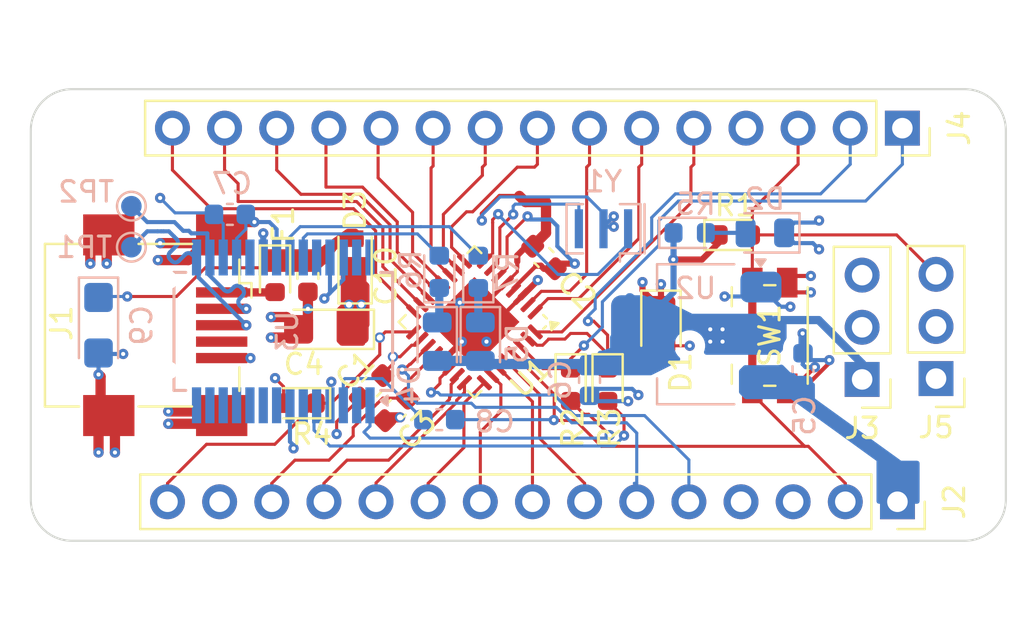
<source format=kicad_pcb>
(kicad_pcb (version 20241229) (generator "pcbnew") (generator_version "9.0")
  (layers (0 "F.Cu" signal) (4 "In1.Cu" signal) (6 "In2.Cu" signal) (2 "B.Cu" signal) (13 "F.Paste" user) (15 "B.Paste" user) (5 "F.SilkS" user "F.Silkscreen") (7 "B.SilkS" user "B.Silkscreen") (1 "F.Mask" user) (3 "B.Mask" user) (25 "Edge.Cuts" user))
  (net 0 "")
  (net 1 "+5V")
  (net 2 "GND")
  (net 3 "VCC")
  (net 4 "+3.3V")
  (net 5 "/RESET")
  (net 6 "Net-(U3-RTS)")
  (net 7 "VBUS")
  (net 8 "Net-(D1-A)")
  (net 9 "Net-(D2-A)")
  (net 10 "Net-(D4-K)")
  (net 11 "Net-(D5-K)")
  (net 12 "Net-(J1-VBUS)")
  (net 13 "/D_P")
  (net 14 "/D_N")
  (net 16 "/A7")
  (net 17 "/A3")
  (net 18 "/A5")
  (net 19 "/A6")
  (net 20 "/A1")
  (net 21 "/A0")
  (net 22 "/A4")
  (net 23 "/A2")
  (net 24 "/D13{slash}SCK")
  (net 25 "/AREF")
  (net 26 "/D11{slash}MOSI")
  (net 27 "/D8")
  (net 28 "/D4")
  (net 29 "/D3")
  (net 30 "/D10")
  (net 31 "/D0{slash}RX")
  (net 32 "/D5")
  (net 33 "/D7")
  (net 34 "/D1{slash}TX")
  (net 35 "/D2")
  (net 36 "/D9")
  (net 37 "/D12{slash}MISO")
  (net 38 "/D6")
  (net 39 "/RX")
  (net 40 "/TX")
  (net 41 "Net-(U3-CBUS0)")
  (net 42 "Net-(U3-CBUS1)")
  (net 43 "/XTAL2")
  (net 44 "/XTAL1")
  (footprint "Diode_SMD:D_0603_1608Metric" (layer "F.Cu") (at 214.4 91.9 -90)
    (property "Reference" "R2")
    (property "Value" "1k")
  )
  (footprint "Diode_SMD:D_MicroSMP_AK" (layer "F.Cu") (at 203.9 85.8 90)
    (property "Reference" "D3")
    (property "Value" "Diode" (hide yes))
  )
  (footprint "Connector_USB:USB_Mini-B_Wuerth_65100516121_Horizontal" (layer "F.Cu") (at 194.8 89 -90)
    (property "Reference" "J1")
    (property "Value" "USB_B_Mini")
  )
  (footprint "Capacitor_SMD:C_0603_1608Metric" (layer "F.Cu") (at 213.1 85.7 135)
    (property "Reference" "C2")
    (property "Value" "1u")
  )
  (footprint "Capacitor_Tantalum_SMD:CP_EIA-3216-10_Kemet-I" (layer "F.Cu") (at 202.5 89.2 180)
    (property "Reference" "C4")
    (property "Value" "4u7_16V" (hide yes))
  )
  (footprint "Diode_SMD:D_0603_1608Metric" (layer "F.Cu") (at 222.4 84.6)
    (property "Reference" "R1")
    (property "Value" "1k")
  )
  (footprint "Diode_SMD:D_0603_1608Metric" (layer "F.Cu") (at 216.2 91.9 -90)
    (property "Reference" "R3")
    (property "Value" "1k")
  )
  (footprint "LED_SMD:LED_0805_2012Metric" (layer "F.Cu") (at 218.8 89 -90)
    (property "Reference" "D1")
    (property "Value" "Yellow")
  )
  (footprint "Capacitor_SMD:C_0603_1608Metric" (layer "F.Cu") (at 205.9 93.1 -135)
    (property "Reference" "C3")
    (property "Value" "100n")
  )
  (footprint "Capacitor_SMD:C_0603_1608Metric" (layer "F.Cu") (at 201.6 86.6 -90)
    (property "Reference" "C10")
    (property "Value" "100n")
  )
  (footprint "Capacitor_SMD:C_0603_1608Metric" (layer "F.Cu") (at 204.7 92 -135)
    (property "Reference" "C1")
    (property "Value" "1u")
  )
  (footprint "Connector_PinSocket_2.54mm:PinSocket_1x15_P2.54mm_Vertical" (layer "F.Cu") (at 230.32 97.6 -90)
    (property "Reference" "J2")
    (property "Value" "Conn_01x15_Pin")
  )
  (footprint "Connector_PinSocket_2.54mm:PinSocket_1x15_P2.54mm_Vertical" (layer "F.Cu") (at 230.56 79.4 -90)
    (property "Reference" "J4")
    (property "Value" "Conn_01x15_Pin")
  )
  (footprint "Connector_PinHeader_2.54mm:PinHeader_1x03_P2.54mm_Vertical" (layer "F.Cu") (at 232.2 91.6 180)
    (property "Reference" "J5")
    (property "Value" "Conn_01x03_Pin" (hide yes))
  )
  (footprint "Diode_SMD:D_0603_1608Metric" (layer "F.Cu") (at 200 86.6 -90)
    (property "Reference" "F1")
    (property "Value" "0603")
  )
  (footprint "Button_Switch_SMD:Panasonic_EVQPUK_EVQPUB" (layer "F.Cu") (at 224.1 89.5 90)
    (property "Reference" "SW1")
    (property "Value" "SW_Push")
  )
  (footprint "Diode_SMD:D_0603_1608Metric" (layer "F.Cu") (at 201.2 92.8 180)
    (property "Reference" "R4")
    (property "Value" "1k")
  )
  (footprint "Connector_PinHeader_2.54mm:PinHeader_1x03_P2.54mm_Vertical" (layer "F.Cu") (at 228.6 91.64 180)
    (property "Reference" "J3")
    (property "Value" "ICSP")
  )
  (footprint "Package_DFN_QFN:QFN-32-1EP_5x5mm_P0.5mm_EP3.1x3.1mm" (layer "F.Cu") (at 209.713864 88.83899 -135)
    (property "Reference" "U1")
    (property "Value" "ATmega328-M" (hide yes))
  )
  (footprint "TestPoint:TestPoint_Pad_D1.0mm" (layer "B.Cu") (at 193 85.2 180)
    (property "Reference" "TP1")
    (property "Value" "TestPoint_Small" (hide yes))
  )
  (footprint "Capacitor_SMD:C_0603_1608Metric" (layer "B.Cu") (at 208 93.6 180)
    (property "Reference" "C8")
    (property "Value" "100n")
  )
  (footprint "Diode_SMD:D_0603_1608Metric" (layer "B.Cu") (at 220.2 84.5)
    (property "Reference" "R5")
    (property "Value" "1k" (hide yes))
  )
  (footprint "Package_TO_SOT_SMD:SOT-223-3_TabPin2" (layer "B.Cu") (at 220.52 89.44 180)
    (property "Reference" "U2")
    (property "Value" "LM1117MP-5.0" (hide yes))
  )
  (footprint "LED_SMD:LED_0805_2012Metric" (layer "B.Cu") (at 210 89.8 -90)
    (property "Reference" "D5")
    (property "Value" "Green")
  )
  (footprint "Package_SO:SSOP-28_5.3x10.2mm_P0.65mm" (layer "B.Cu") (at 200.4 89.3 90)
    (property "Reference" "U3")
    (property "Value" "FT232RL" (hide yes))
  )
  (footprint "Diode_SMD:D_0603_1608Metric" (layer "B.Cu") (at 209.9 86.4 90)
    (property "Reference" "R7")
    (property "Value" "1k")
  )
  (footprint "Capacitor_SMD:C_0603_1608Metric" (layer "B.Cu") (at 215.32 91.665 -90)
    (property "Reference" "C6")
    (property "Value" "1u")
  )
  (footprint "LED_SMD:LED_0805_2012Metric" (layer "B.Cu") (at 223.8625 84.5 180)
    (property "Reference" "D2")
    (property "Value" "Green")
  )
  (footprint "Capacitor_SMD:C_0603_1608Metric" (layer "B.Cu") (at 225.72 91.14 -90)
    (property "Reference" "C5")
    (property "Value" "1u")
  )
  (footprint "Capacitor_SMD:C_0603_1608Metric" (layer "B.Cu") (at 197.8 83.6)
    (property "Reference" "C7")
    (property "Value" "100n")
  )
  (footprint "Capacitor_Tantalum_SMD:CP_EIA-3216-10_Kemet-I" (layer "B.Cu") (at 191.4 89 -90)
    (property "Reference" "C9")
    (property "Value" "4u7_16V" (hide yes))
  )
  (footprint "TestPoint:TestPoint_Pad_D1.0mm" (layer "B.Cu") (at 193 83.2 180)
    (property "Reference" "TP2")
    (property "Value" "TestPoint_Small" (hide yes))
  )
  (footprint "Crystal:Resonator_SMD_Murata_CSTxExxV-3Pin_3.0x1.1mm" (layer "B.Cu") (at 216 84.3 180)
    (property "Reference" "Y1")
    (property "Value" "16MHz")
  )
  (footprint "Diode_SMD:D_0603_1608Metric" (layer "B.Cu") (at 208 86.4 90)
    (property "Reference" "R6")
    (property "Value" "1k")
  )
  (footprint "LED_SMD:LED_0805_2012Metric" (layer "B.Cu") (at 207.9 89.8 -90)
    (property "Reference" "D4")
    (property "Value" "Red")
  )
  (gr_poly (pts (arc (start 190.1 77.5) (mid 188.685786 78.085786) (end 188.1 79.5)) (arc (start 188.1 97.5) (mid 188.685786 98.914214) (end 190.1 99.5)) (arc (start 233.6 99.5) (mid 235.014214 98.914214) (end 235.6 97.5)) (arc (start 235.6 79.5) (mid 235.014214 78.085786) (end 233.6 77.5))) (stroke (width 0.1)) (fill no) (layer "Edge.Cuts"))
  (segment (start 210.907107 86.585087) (end 211.302 86.190194) (width 0.15) (layer "F.Cu") (net 1))
  (segment (start 214.6 86) (end 213.896016 86) (width 0.3) (layer "F.Cu") (net 1))
  (segment (start 205.248008 91.380054) (end 205.248008 91.451992) (width 0.15) (layer "F.Cu") (net 1))
  (segment (start 221.612499 84.987501) (end 220.8 85.8) (width 0.3) (layer "F.Cu") (net 1))
  (segment (start 212.949943 86.1) (end 213.097951 86.248008) (width 0.3) (layer "F.Cu") (net 1))
  (segment (start 220.8 85.8) (end 219.4 85.8) (width 0.3) (layer "F.Cu") (net 1))
  (segment (start 212.720768 86.1) (end 212.949943 86.1) (width 0.3) (layer "F.Cu") (net 1))
  (segment (start 213.097951 86.248008) (end 213.648008 86.248008) (width 0.3) (layer "F.Cu") (net 1))
  (segment (start 205.744033 90.536356) (end 206.091706 90.536356) (width 0.15) (layer "F.Cu") (net 1))
  (segment (start 205.744033 90.536356) (end 205.744033 90.884029) (width 0.15) (layer "F.Cu") (net 1))
  (segment (start 221.612499 84.6) (end 221.612499 84.987501) (width 0.3) (layer "F.Cu") (net 1))
  (segment (start 206.810877 89.97421) (end 207.106408 89.678679) (width 0.15) (layer "F.Cu") (net 1))
  (segment (start 211.302 84.698) (end 212.3 83.7) (width 0.15) (layer "F.Cu") (net 1))
  (segment (start 213.896016 86) (end 213.648008 86.248008) (width 0.3) (layer "F.Cu") (net 1))
  (segment (start 205.744033 90.884029) (end 205.248008 91.380054) (width 0.15) (layer "F.Cu") (net 1))
  (segment (start 206.091706 90.536356) (end 206.653852 89.97421) (width 0.15) (layer "F.Cu") (net 1))
  (segment (start 211.302 86.190194) (end 211.302 84.698) (width 0.15) (layer "F.Cu") (net 1))
  (segment (start 206.653852 89.97421) (end 206.810877 89.97421) (width 0.15) (layer "F.Cu") (net 1))
  (segment (start 212.720768 86.1) (end 211.614213 87.206555) (width 0.2) (layer "F.Cu") (net 1))
  (segment (start 211.614213 87.292194) (end 211.614213 87.285787) (width 0.15) (layer "F.Cu") (net 1))
  (segment (start 211.614213 87.206555) (end 211.614213 87.292194) (width 0.2) (layer "F.Cu") (net 1))
  (via (at 221.2 89.8) (size 0.5) (drill 0.2) (layers "F.Cu" "B.Cu") (net 1))
  (via (at 214.6 86) (size 0.5) (drill 0.2) (layers "F.Cu" "B.Cu") (net 1))
  (via (at 204.2 88) (size 0.5) (drill 0.3) (layers "F.Cu" "B.Cu") (net 1))
  (via (at 221.8 89.2) (size 0.5) (drill 0.2) (layers "F.Cu" "B.Cu") (net 1))
  (via (at 221.2 89.2) (size 0.5) (drill 0.2) (layers "F.Cu" "B.Cu") (net 1))
  (via (at 219.4 85.8) (size 0.5) (drill 0.2) (layers "F.Cu" "B.Cu") (net 1))
  (via (at 199.424999 84.525) (size 0.5) (drill 0.2) (layers "F.Cu" "B.Cu") (net 1))
  (via (at 203.6 88) (size 0.5) (drill 0.3) (layers "F.Cu" "B.Cu") (net 1))
  (via (at 212.3 83.7) (size 0.5) (drill 0.2) (layers "F.Cu" "B.Cu") (net 1))
  (via (at 205.744033 90.536356) (size 0.5) (drill 0.3) (layers "F.Cu" "B.Cu") (net 1))
  (via (at 202.739998 91.754999) (size 0.5) (drill 0.2) (layers "F.Cu" "B.Cu") (net 1))
  (via (at 221.8 89.8) (size 0.5) (drill 0.2) (layers "F.Cu" "B.Cu") (net 1))
  (segment (start 223.669999 89.44) (end 224.360999 88.749) (width 0.4) (layer "B.Cu") (net 1))
  (segment (start 207.960003 90.737501) (end 209.9 90.737501) (width 0.5) (layer "B.Cu") (net 1))
  (segment (start 219.412499 84.5) (end 219.412499 87.397502) (width 0.3) (layer "B.Cu") (net 1))
  (segment (start 213.428232 83.849) (end 212.449 83.849) (width 0.2) (layer "B.Cu") (net 1))
  (segment (start 210.052499 90.89) (end 209.9 90.737501) (width 0.5) (layer "B.Cu") (net 1))
  (segment (start 228.6 90.869182) (end 228.6 91.64) (width 0.4) (layer "B.Cu") (net 1))
  (segment (start 224.360999 88.749) (end 226.479818 88.749) (width 0.4) (layer "B.Cu") (net 1))
  (segment (start 213.751 84.171768) (end 213.428232 83.849) (width 0.2) (layer "B.Cu") (net 1))
  (segment (start 226.479818 88.749) (end 228.6 90.869182) (width 0.4) (layer "B.Cu") (net 1))
  (segment (start 213.751 85.151) (end 213.751 84.171768) (width 0.2) (layer "B.Cu") (net 1))
  (segment (start 199.424999 84.525) (end 199.424999 85.7) (width 0.3) (layer "B.Cu") (net 1))
  (segment (start 202.739998 91.754999) (end 202.675 91.819997) (width 0.15) (layer "B.Cu") (net 1))
  (segment (start 215.32 90.89) (end 210.052499 90.89) (width 0.5) (layer "B.Cu") (net 1))
  (segment (start 202.675 91.819997) (end 202.675 92.899999) (width 0.15) (layer "B.Cu") (net 1))
  (segment (start 214.6 86) (end 213.751 85.151) (width 0.2) (layer "B.Cu") (net 1))
  (segment (start 219.412499 87.397502) (end 217.370001 89.44) (width 0.3) (layer "B.Cu") (net 1))
  (segment (start 212.449 83.849) (end 212.3 83.7) (width 0.2) (layer "B.Cu") (net 1))
  (segment (start 218.8 87) (end 218.8 88.062499) (width 0.3) (layer "F.Cu") (net 2))
  (segment (start 213.2 84.503984) (end 212.551992 85.151992) (width 0.5) (layer "F.Cu") (net 2))
  (segment (start 192.2 95.2) (end 192.2 94.1) (width 0.5) (layer "F.Cu") (net 2))
  (segment (start 226.1 86.6) (end 225.275 86.6) (width 0.2) (layer "F.Cu") (net 2))
  (segment (start 211.967767 87.645747) (end 211.967767 87.632233) (width 0.3) (layer "F.Cu") (net 2))
  (segment (start 209.683511 89.8) (end 210.3 89.8) (width 0.2) (layer "F.Cu") (net 2))
  (segment (start 209.1 89.806407) (end 208.167068 90.739339) (width 0.3) (layer "F.Cu") (net 2))
  (segment (start 225.265 92.075) (end 224.95 92.075) (width 0.2) (layer "F.Cu") (net 2))
  (segment (start 225.425 87.4) (end 224.95 86.925) (width 0.2) (layer "F.Cu") (net 2))
  (segment (start 196.6 93.8) (end 194.8 93.8) (width 0.5) (layer "F.Cu") (net 2))
  (segment (start 211.967767 87.632233) (end 212.299 87.301) (width 0.3) (layer "F.Cu") (net 2))
  (segment (start 211.8 85.9) (end 211.8 85.6) (width 0.3) (layer "F.Cu") (net 2))
  (segment (start 211.967767 87.645747) (end 211.954253 87.645747) (width 0.2) (layer "F.Cu") (net 2))
  (segment (start 212.2 83) (end 213.2 83) (width 0.5) (layer "F.Cu") (net 2))
  (segment (start 209.1 89.8) (end 209.1 89.806407) (width 0.3) (layer "F.Cu") (net 2))
  (segment (start 218.662499 88.062499) (end 218.8 88.062499) (width 0.3) (layer "F.Cu") (net 2))
  (segment (start 198.994084 83.973352) (end 197.626648 83.973352) (width 0.5) (layer "F.Cu") (net 2))
  (segment (start 196.8 93.2) (end 197 93.4) (width 0.5) (layer "F.Cu") (net 2))
  (segment (start 209.527054 88.38799) (end 209.262864 88.65218) (width 0.2) (layer "F.Cu") (net 2))
  (segment (start 227 90.7) (end 227 90.84) (width 0.2) (layer "F.Cu") (net 2))
  (segment (start 206.089079 93.489079) (end 205.510921 93.489079) (width 0.5) (layer "F.Cu") (net 2))
  (segment (start 217.9 87.3) (end 218.662499 88.062499) (width 0.3) (layer "F.Cu") (net 2))
  (segment (start 201.6 88.2) (end 201.6 87.375) (width 0.5) (layer "F.Cu") (net 2))
  (segment (start 200.7475 89.6) (end 201.1475 89.2) (width 0.5) (layer "F.Cu") (net 2))
  (segment (start 226.1 87.4) (end 225.425 87.4) (width 0.2) (layer "F.Cu") (net 2))
  (segment (start 210.074 83.557744) (end 210.074 83.9) (width 0.2) (layer "F.Cu") (net 2))
  (segment (start 197 93.4) (end 196.6 93.8) (width 0.5) (layer "F.Cu") (net 2))
  (segment (start 225.765 92.075) (end 224.95 92.075) (width 0.2) (layer "F.Cu") (net 2))
  (segment (start 212.8 86.8) (end 212.8 86.813514) (width 0.3) (layer "F.Cu") (net 2))
  (segment (start 191 86) (end 191 85.1) (width 0.5) (layer "F.Cu") (net 2))
  (segment (start 194.4 85) (end 196.6 85) (width 0.5) (layer "F.Cu") (net 2))
  (segment (start 226.3 91.04) (end 225.265 92.075) (width 0.2) (layer "F.Cu") (net 2))
  (segment (start 191.4 95.2) (end 191.4 93.5) (width 0.5) (layer "F.Cu") (net 2))
  (segment (start 197.626648 83.973352) (end 197 84.6) (width 0.5) (layer "F.Cu") (net 2))
  (segment (start 194.8 93.2) (end 196.8 93.2) (width 0.5) (layer "F.Cu") (net 2))
  (segment (start 191.8 86) (end 191.8 84.9) (width 0.5) (layer "F.Cu") (net 2))
  (segment (start 217.9 86.9) (end 217.9 87.3) (width 0.3) (layer "F.Cu") (net 2))
  (segment (start 210.931744 82.7) (end 210.074 83.557744) (width 0.2) (layer "F.Cu") (net 2))
  (segment (start 211.225524 88.38799) (end 209.527054 88.38799) (width 0.2) (layer "F.Cu") (net 2))
  (segment (start 191 85.1) (end 191.5 84.6) (width 0.5) (layer "F.Cu") (net 2))
  (segment (start 195.773357 85.826643) (end 197 84.6) (width 0.5) (layer "F.Cu") (net 2))
  (segment (start 199.8 88.6) (end 200.5475 88.6) (width 0.5) (layer "F.Cu") (net 2))
  (segment (start 212.248008 85.151992) (end 212.551992 85.151992) (width 0.3) (layer "F.Cu") (net 2))
  (segment (start 205.510921 93.489079) (end 205.351992 93.648008) (width 0.5) (layer "F.Cu") (net 2))
  (segment (start 194.292619 85.826643) (end 195.773357 85.826643) (width 0.5) (layer "F.Cu") (net 2))
  (segment (start 211.26066 86.93934) (end 210.3 87.9) (width 0.2) (layer "F.Cu") (net 2))
  (segment (start 209.262864 88.65218) (end 209.262864 89.379353) (width 0.2) (layer "F.Cu") (net 2))
  (segment (start 198.8 90.6) (end 197 90.6) (width 0.15) (layer "F.Cu") (net 2))
  (segment (start 211.8 85.6) (end 212.248008 85.151992) (width 0.3) (layer "F.Cu") (net 2))
  (segment (start 213.2 83) (end 213.2 84.503984) (width 0.5) (layer "F.Cu") (net 2))
  (segment (start 203 94.3) (end 203 93.7) (width 0.15) (layer "F.Cu") (net 2))
  (segment (start 191.8 84.9) (end 191.5 84.6) (width 0.5) (layer "F.Cu") (net 2))
  (segment (start 199.8 89.6) (end 200.7475 89.6) (width 0.5) (layer "F.Cu") (net 2))
  (segment (start 201.6 88.2) (end 201.6 88.7475) (width 0.5) (layer "F.Cu") (net 2))
  (segment (start 209.262864 89.379353) (end 209.683511 89.8) (width 0.2) (layer "F.Cu") (net 2))
  (segment (start 191.5 93.4) (end 191.5 91.5) (width 0.5) (layer "F.Cu") (net 2))
  (segment (start 203 93.7) (end 204.151992 92.548008) (width 0.15) (layer "F.Cu") (net 2))
  (segment (start 191.5 91.5) (end 191.4 91.4) (width 0.5) (layer "F.Cu") (net 2))
  (segment (start 192.2 94.1) (end 191.5 93.4) (width 0.5) (layer "F.Cu") (net 2))
  (segment (start 211.26066 86.938641) (end 211.26066 86.93934) (width 0.2) (layer "F.Cu") (net 2))
  (segment (start 212.8 86.813514) (end 211.967767 87.645747) (width 0.3) (layer "F.Cu") (net 2))
  (segment (start 209.811311 88.38799) (end 209.713864 88.38799) (width 0.2) (layer "F.Cu") (net 2))
  (segment (start 191.4 93.5) (end 191.5 93.4) (width 0.5) (layer "F.Cu") (net 2))
  (segment (start 211.8 86.2) (end 211.8 85.9) (width 0.2) (layer "F.Cu") (net 2))
  (segment (start 211.9 82.7) (end 212.2 83) (width 0.5) (layer "F.Cu") (net 2))
  (segment (start 211.9 82.7) (end 210.931744 82.7) (width 0.2) (layer "F.Cu") (net 2))
  (segment (start 200.5475 88.6) (end 201.1475 89.2) (width 0.5) (layer "F.Cu") (net 2))
  (segment (start 211.26066 86.938641) (end 211.8 86.399301) (width 0.15) (layer "F.Cu") (net 2))
  (segment (start 227 90.84) (end 225.765 92.075) (width 0.2) (layer "F.Cu") (net 2))
  (segment (start 210.3 87.9) (end 209 87.9) (width 0.2) (layer "F.Cu") (net 2))
  (segment (start 201.6 88.7475) (end 201.1475 89.2) (width 0.5) (layer "F.Cu") (net 2))
  (segment (start 225.275 86.6) (end 224.95 86.925) (width 0.2) (layer "F.Cu") (net 2))
  (segment (start 211.967767 87.645747) (end 211.225524 88.38799) (width 0.2) (layer "F.Cu") (net 2))
  (segment (start 196.6 85) (end 197 84.6) (width 0.5) (layer "F.Cu") (net 2))
  (segment (start 211.8 86.399301) (end 211.8 86.2) (width 0.15) (layer "F.Cu") (net 2))
  (via (at 218.8 87) (size 0.5) (drill 0.2) (layers "F.Cu" "B.Cu") (net 2))
  (via (at 217.7 92.4) (size 0.5) (drill 0.2) (layers "F.Cu" "B.Cu") (net 2))
  (via (at 217.9 86.9) (size 0.5) (drill 0.2) (layers "F.Cu" "B.Cu") (net 2))
  (via (at 191 86) (size 0.5) (drill 0.2) (layers "F.Cu" "B.Cu") (net 2))
  (via (at 217.2 92.7) (size 0.5) (drill 0.2) (layers "F.Cu" "B.Cu") (net 2))
  (via (at 191.4 91.4) (size 0.5) (drill 0.2) (layers "F.Cu" "B.Cu") (net 2))
  (via (at 203 94.3) (size 0.5) (drill 0.2) (layers "F.Cu" "B.Cu") (net 2))
  (via (at 206.089079 93.489079) (size 0.5) (drill 0.3) (layers "F.Cu" "B.Cu") (net 2))
  (via (at 191.4 95.2) (size 0.5) (drill 0.2) (layers "F.Cu" "B.Cu") (net 2))
  (via (at 198.994084 83.973352) (size 0.5) (drill 0.2) (layers "F.Cu" "B.Cu") (net 2))
  (via (at 216.5 83.7) (size 0.5) (drill 0.2) (layers "F.Cu" "B.Cu") (net 2))
  (via (at 198.8 90.6) (size 0.5) (drill 0.2) (layers "F.Cu" "B.Cu") (net 2))
  (via (at 194.8 93.2) (size 0.5) (drill 0.2) (layers "F.Cu" "B.Cu") (net 2))
  (via (at 210.074 83.9) (size 0.5) (drill 0.2) (layers "F.Cu" "B.Cu") (net 2))
  (via (at 226.3 91.04) (size 0.5) (drill 0.2) (layers "F.Cu" "B.Cu") (net 2))
  (via (at 192.2 95.2) (size 0.5) (drill 0.2) (layers "F.Cu" "B.Cu") (net 2))
  (via (at 226.1 86.6) (size 0.5) (drill 0.2) (layers "F.Cu" "B.Cu") (net 2))
  (via (at 209 87.9) (size 0.5) (drill 0.2) (layers "F.Cu" "B.Cu") (net 2))
  (via (at 226.5 85.3) (size 0.5) (drill 0.2) (layers "F.Cu" "B.Cu") (net 2))
  (via (at 191.8 86) (size 0.5) (drill 0.2) (layers "F.Cu" "B.Cu") (net 2))
  (via (at 225.1 88.099) (size 0.5) (drill 0.2) (layers "F.Cu" "B.Cu") (net 2))
  (via (at 199.8 88.6) (size 0.5) (drill 0.2) (layers "F.Cu" "B.Cu") (net 2))
  (via (at 209.1 89.8) (size 0.5) (drill 0.2) (layers "F.Cu" "B.Cu") (net 2))
  (via (at 194.292619 85.826643) (size 0.5) (drill 0.2) (layers "F.Cu" "B.Cu") (net 2))
  (via (at 216.5 84.2) (size 0.5) (drill 0.2) (layers "F.Cu" "B.Cu") (net 2))
  (via (at 226.1 87.4) (size 0.5) (drill 0.2) (layers "F.Cu" "B.Cu") (net 2))
  (via (at 221.9 87.6) (size 0.5) (drill 0.2) (layers "F.Cu" "B.Cu") (net 2))
  (via (at 201.6 88.2) (size 0.5) (drill 0.2) (layers "F.Cu" "B.Cu") (net 2))
  (via (at 226.5 83.9) (size 0.5) (drill 0.2) (layers "F.Cu" "B.Cu") (net 2))
  (via (at 227 90.7) (size 0.5) (drill 0.2) (layers "F.Cu" "B.Cu") (net 2))
  (via (at 202.4 87.7) (size 0.5) (drill 0.2) (layers "F.Cu" "B.Cu") (net 2))
  (via (at 210.3 89.8) (size 0.5) (drill 0.2) (layers "F.Cu" "B.Cu") (net 2))
  (via (at 192.6 90.4) (size 0.5) (drill 0.2) (layers "F.Cu" "B.Cu") (net 2))
  (via (at 212.8 86.8) (size 0.5) (drill 0.2) (layers "F.Cu" "B.Cu") (net 2))
  (via (at 199.8 89.6) (size 0.5) (drill 0.2) (layers "F.Cu" "B.Cu") (net 2))
  (via (at 225.7 89.4) (size 0.5) (drill 0.2) (layers "F.Cu" "B.Cu") (net 2))
  (via (at 194.8 93.8) (size 0.5) (drill 0.2) (layers "F.Cu" "B.Cu") (net 2))
  (via (at 200.9 95) (size 0.5) (drill 0.2) (layers "F.Cu" "B.Cu") (net 2))
  (via (at 194.4 85) (size 0.5) (drill 0.2) (layers "F.Cu" "B.Cu") (net 2))
  (segment (start 191.4 91.4) (end 191.4 90.3525) (width 0.2) (layer "B.Cu") (net 2))
  (segment (start 202.4 87.7) (end 202.675 87.425) (width 0.2) (layer "B.Cu") (net 2))
  (segment (start 225.72 90.88) (end 225.72 90.365) (width 0.2) (layer "B.Cu") (net 2))
  (segment (start 202.675 87.425) (end 202.675 85.700001) (width 0.2) (layer "B.Cu") (net 2))
  (segment (start 200.9 95) (end 200.9 94.85) (width 0.2) (layer "B.Cu") (net 2))
  (segment (start 217.7 92.4) (end 217.4 92.1) (width 0.2) (layer "B.Cu") (net 2))
  (segment (start 216 84.3) (end 216 83.55) (width 0.15) (layer "B.Cu") (net 2))
  (segment (start 225.3 84) (end 224.8 84.5) (width 0.2) (layer "B.Cu") (net 2))
  (segment (start 216 83.55) (end 215.199 82.749) (width 0.15) (layer "B.Cu") (net 2))
  (segment (start 216.5 83.7) (end 216 84.2) (width 0.2) (layer "B.Cu") (net 2))
  (segment (start 192.6 90.4) (end 191.4475 90.4) (width 0.2) (layer "B.Cu") (net 2))
  (segment (start 202.4 87.7) (end 203.325 86.775) (width 0.2) (layer "B.Cu") (net 2))
  (segment (start 226.2 85) (end 225.3 85) (width 0.2) (layer "B.Cu") (net 2))
  (segment (start 224.629 88.099) (end 223.67 87.14) (width 0.2) (layer "B.Cu") (net 2))
  (segment (start 226.3 91.04) (end 225.84 91.04) (width 0.2) (layer "B.Cu") (net 2))
  (segment (start 215.199 82.749) (end 210.964659 82.749) (width 0.15) (layer "B.Cu") (net 2))
  (segment (start 225.485 90.6) (end 225.72 90.365) (width 0.2) (layer "B.Cu") (net 2))
  (segment (start 200.725 94.675) (end 200.725 92.9) (width 0.2) (layer "B.Cu") (net 2))
  (segment (start 223.21 87.6) (end 223.67 87.14) (width 0.2) (layer "B.Cu") (net 2))
  (segment (start 225.3 85) (end 224.8 84.5) (width 0.2) (layer "B.Cu") (net 2))
  (segment (start 210.964659 82.749) (end 210.074 83.639659) (width 0.15) (layer "B.Cu") (net 2))
  (segment (start 225.1 88.099) (end 224.629 88.099) (width 0.2) (layer "B.Cu") (net 2))
  (segment (start 215.58 92.7) (end 215.32 92.44) (width 0.2) (layer "B.Cu") (net 2))
  (segment (start 200.075 84.325) (end 200.075 85.7) (width 0.2) (layer "B.Cu") (net 2))
  (segment (start 226.055 90.7) (end 225.72 90.365) (width 0.2) (layer "B.Cu") (net 2))
  (segment (start 217.2 92.7) (end 215.58 92.7) (width 0.2) (layer "B.Cu") (net 2))
  (segment (start 225.7 90.345) (end 225.72 90.365) (width 0.4) (layer "B.Cu") (net 2))
  (segment (start 200.9 94.85) (end 200.725 94.675) (width 0.2) (layer "B.Cu") (net 2))
  (segment (start 210.074 83.639659) (end 210.074 83.9) (width 0.15) (layer "B.Cu") (net 2))
  (segment (start 198.125 84.775) (end 198.575 84.325) (width 0.15) (layer "B.Cu") (net 2))
  (segment (start 198.575 84.325) (end 198.575 83.6) (width 0.15) (layer "B.Cu") (net 2))
  (segment (start 216.1 84.2) (end 216 84.3) (width 0.2) (layer "B.Cu") (net 2))
  (segment (start 203.325 86.775) (end 203.325 85.7) (width 0.2) (layer "B.Cu") (net 2))
  (segment (start 198.994084 83.973352) (end 199.723352 83.973352) (width 0.2) (layer "B.Cu") (net 2))
  (segment (start 216 84.2) (end 216 84.3) (width 0.2) (layer "B.Cu") (net 2))
  (segment (start 198.125 85.700001) (end 198.125 84.775) (width 0.15) (layer "B.Cu") (net 2))
  (segment (start 225.84 91.04) (end 225.7 90.9) (width 0.2) (layer "B.Cu") (net 2))
  (segment (start 217.4 92.1) (end 215.66 92.1) (width 0.2) (layer "B.Cu") (net 2))
  (segment (start 199.723352 83.973352) (end 200.075 84.325) (width 0.2) (layer "B.Cu") (net 2))
  (segment (start 216.5 84.2) (end 216.1 84.2) (width 0.2) (layer "B.Cu") (net 2))
  (segment (start 226.5 85.3) (end 226.2 85) (width 0.2) (layer "B.Cu") (net 2))
  (segment (start 226.4 84) (end 225.3 84) (width 0.2) (layer "B.Cu") (net 2))
  (segment (start 225.7 89.4) (end 225.7 90.345) (width 0.4) (layer "B.Cu") (net 2))
  (segment (start 225.7 90.9) (end 225.72 90.88) (width 0.2) (layer "B.Cu") (net 2))
  (segment (start 191.4475 90.4) (end 191.4 90.3525) (width 0.2) (layer "B.Cu") (net 2))
  (segment (start 226.5 83.9) (end 226.4 84) (width 0.2) (layer "B.Cu") (net 2))
  (segment (start 215.66 92.1) (end 215.32 92.44) (width 0.2) (layer "B.Cu") (net 2))
  (segment (start 227 90.7) (end 226.055 90.7) (width 0.2) (layer "B.Cu") (net 2))
  (segment (start 221.9 87.6) (end 223.21 87.6) (width 0.2) (layer "B.Cu") (net 2))
  (segment (start 225.1 88.099) (end 224.999 88.2) (width 0.2) (layer "B.Cu") (net 2))
  (via (at 194.4 82.8) (size 0.5) (drill 0.2) (layers "F.Cu" "B.Cu") (net 4))
  (segment (start 194.4 82.8) (end 195.126232 83.526232) (width 0.15) (layer "B.Cu") (net 4))
  (segment (start 196.951232 83.526232) (end 197.025 83.6) (width 0.15) (layer "B.Cu") (net 4))
  (segment (start 195.126232 83.526232) (end 196.951232 83.526232) (width 0.15) (layer "B.Cu") (net 4))
  (segment (start 197.475 84.05) (end 197.025 83.6) (width 0.15) (layer "B.Cu") (net 4))
  (segment (start 197.475 85.7) (end 197.475 84.05) (width 0.15) (layer "B.Cu") (net 4))
  (segment (start 225.480001 81.16) (end 225.480001 79.4) (width 0.15) (layer "F.Cu") (net 5))
  (segment (start 223.25 92.075) (end 223.25 86.925) (width 0.4) (layer "F.Cu") (net 5))
  (segment (start 225.8 94.9) (end 225.98 94.9) (width 0.15) (layer "F.Cu") (net 5))
  (segment (start 223.25 91.775) (end 223.3 91.725) (width 0.4) (layer "F.Cu") (net 5))
  (segment (start 223.25 92.075) (end 223.25 92.35) (width 0.15) (layer "F.Cu") (net 5))
  (segment (start 213.6 93.600844) (end 213.6 92.371573) (width 0.15) (layer "F.Cu") (net 5))
  (segment (start 223.25 92.35) (end 225.8 94.9) (width 0.15) (layer "F.Cu") (net 5))
  (segment (start 213.602338 93.64119) (end 214.64119 93.64119) (width 0.15) (layer "F.Cu") (net 5))
  (segment (start 213.6 92.371573) (end 211.614213 90.385786) (width 0.15) (layer "F.Cu") (net 5))
  (segment (start 215.9 94.9) (end 225.8 94.9) (width 0.15) (layer "F.Cu") (net 5))
  (segment (start 225.98 94.9) (end 227.78 96.7) (width 0.15) (layer "F.Cu") (net 5))
  (segment (start 213.580996 93.619848) (end 213.602338 93.64119) (width 0.15) (layer "F.Cu") (net 5))
  (segment (start 230.279999 84.6) (end 232.2 86.520001) (width 0.15) (layer "F.Cu") (net 5))
  (segment (start 213.580996 93.619848) (end 213.6 93.600844) (width 0.15) (layer "F.Cu") (net 5))
  (segment (start 223.187501 84.6) (end 230.279999 84.6) (width 0.15) (layer "F.Cu") (net 5))
  (segment (start 227.78 97.6) (end 227.78 96.7) (width 0.15) (layer "F.Cu") (net 5))
  (segment (start 223.25 83.390001) (end 225.480001 81.16) (width 0.15) (layer "F.Cu") (net 5))
  (segment (start 214.64119 93.64119) (end 215.9 94.9) (width 0.15) (layer "F.Cu") (net 5))
  (segment (start 223.25 86.925) (end 223.25 83.390001) (width 0.15) (layer "F.Cu") (net 5))
  (via (at 213.580996 93.619848) (size 0.5) (drill 0.2) (layers "F.Cu" "B.Cu") (net 5))
  (segment (start 213.580996 93.619848) (end 213.561148 93.6) (width 0.15) (layer "B.Cu") (net 5))
  (segment (start 213.561148 93.6) (end 208.775 93.6) (width 0.15) (layer "B.Cu") (net 5))
  (segment (start 203.325 91.675) (end 203.325 92.9) (width 0.15) (layer "B.Cu") (net 6))
  (segment (start 207.225 93.6) (end 205.225 91.6) (width 0.15) (layer "B.Cu") (net 6))
  (segment (start 203.4 91.6) (end 203.325 91.675) (width 0.15) (layer "B.Cu") (net 6))
  (segment (start 205.225 91.6) (end 203.4 91.6) (width 0.15) (layer "B.Cu") (net 6))
  (segment (start 199.412499 86.2) (end 199.8 85.812499) (width 0.15) (layer "F.Cu") (net 7))
  (segment (start 196.6 86.2) (end 199.412499 86.2) (width 0.15) (layer "F.Cu") (net 7))
  (segment (start 192.8 87.6) (end 195.2 87.6) (width 0.15) (layer "F.Cu") (net 7))
  (segment (start 195.2 87.6) (end 196.6 86.2) (width 0.15) (layer "F.Cu") (net 7))
  (via (at 192.8 87.6) (size 0.5) (drill 0.2) (layers "F.Cu" "B.Cu") (net 7))
  (segment (start 192.8 87.6) (end 191.4475 87.6) (width 0.15) (layer "B.Cu") (net 7))
  (segment (start 191.4475 87.6) (end 191.4 87.6475) (width 0.15) (layer "B.Cu") (net 7))
  (segment (start 220.2 90) (end 218.862499 90) (width 0.15) (layer "F.Cu") (net 8))
  (segment (start 218.862499 90) (end 218.8 89.937501) (width 0.15) (layer "F.Cu") (net 8))
  (segment (start 200.412499 92.8) (end 200.412499 91.987497) (width 0.15) (layer "F.Cu") (net 8))
  (segment (start 200.412499 91.987497) (end 200 91.574998) (width 0.15) (layer "F.Cu") (net 8))
  (via (at 200 91.574998) (size 0.5) (drill 0.2) (layers "F.Cu" "B.Cu") (net 8))
  (via (at 220.2 90) (size 0.5) (drill 0.2) (layers "F.Cu" "B.Cu") (net 8))
  (segment (start 220.987501 84.5) (end 222.925 84.5) (width 0.2) (layer "B.Cu") (net 9))
  (segment (start 207.960003 87.227498) (end 208 87.187501) (width 0.4) (layer "B.Cu") (net 10))
  (segment (start 208 87.187501) (end 208 88.822502) (width 0.4) (layer "B.Cu") (net 10))
  (segment (start 208 88.822502) (end 207.960003 88.862499) (width 0.4) (layer "B.Cu") (net 10))
  (segment (start 209.9 87.187501) (end 209.9 88.862499) (width 0.4) (layer "B.Cu") (net 11))
  (segment (start 197 87.4) (end 199.787501 87.4) (width 0.4) (layer "F.Cu") (net 12))
  (segment (start 199.787501 87.4) (end 199.8 87.387501) (width 0.4) (layer "F.Cu") (net 12))
  (segment (start 198.6 89) (end 197 89) (width 0.15) (layer "F.Cu") (net 13))
  (via (at 198.6 89) (size 0.5) (drill 0.2) (layers "F.Cu" "B.Cu") (net 13))
  (segment (start 195.958197 85.558196) (end 196.043051 85.643051) (width 0.2) (layer "B.Cu") (net 13))
  (segment (start 196.043051 85.643051) (end 196.1 85.7) (width 0.2) (layer "B.Cu") (net 13))
  (segment (start 193.774999 84.425001) (end 194.273041 84.425001) (width 0.2) (layer "B.Cu") (net 13))
  (segment (start 194.273041 84.425001) (end 194.456899 84.425001) (width 0.2) (layer "B.Cu") (net 13))
  (segment (start 194.883812 85.784055) (end 194.968664 85.868907) (width 0.2) (layer "B.Cu") (net 13))
  (segment (start 196.275 86.675) (end 196.275 86.45) (width 0.2) (layer "B.Cu") (net 13))
  (segment (start 195.194523 85.133934) (end 194.883812 85.444644) (width 0.2) (layer "B.Cu") (net 13))
  (segment (start 198.6 89) (end 196.275 86.675) (width 0.2) (layer "B.Cu") (net 13))
  (segment (start 196.1 85.7) (end 196.175 85.7) (width 0.2) (layer "B.Cu") (net 13))
  (segment (start 195.079612 84.679612) (end 194.825001 84.425001) (width 0.2) (layer "B.Cu") (net 13))
  (segment (start 193 85.2) (end 193.774999 84.425001) (width 0.2) (layer "B.Cu") (net 13))
  (segment (start 194.825001 84.425001) (end 194.566065 84.425001) (width 0.2) (layer "B.Cu") (net 13))
  (segment (start 195.308076 85.868907) (end 195.618786 85.558196) (width 0.2) (layer "B.Cu") (net 13))
  (segment (start 196.175 86.35) (end 196.175 85.7) (width 0.2) (layer "B.Cu") (net 13))
  (segment (start 195.079612 84.679612) (end 195.194523 84.794523) (width 0.2) (layer "B.Cu") (net 13))
  (segment (start 196.275 86.45) (end 196.175 86.35) (width 0.2) (layer "B.Cu") (net 13))
  (segment (start 194.456899 84.425001) (end 194.566065 84.425001) (width 0.2) (layer "B.Cu") (net 13))
  (arc (start 194.968664 85.868907) (mid 195.13837 85.939202) (end 195.308076 85.868907) (width 0.2) (layer "B.Cu") (net 13))
  (arc (start 195.618786 85.558196) (mid 195.788491 85.487902) (end 195.958197 85.558196) (width 0.2) (layer "B.Cu") (net 13))
  (arc (start 194.883812 85.444644) (mid 194.813518 85.614349) (end 194.883812 85.784055) (width 0.2) (layer "B.Cu") (net 13))
  (arc (start 195.194523 84.794523) (mid 195.264817 84.964229) (end 195.194523 85.133934) (width 0.2) (layer "B.Cu") (net 13))
  (segment (start 198.6 88.2) (end 197 88.2) (width 0.15) (layer "F.Cu") (net 14))
  (via (at 198.6 88.2) (size 0.5) (drill 0.2) (layers "F.Cu" "B.Cu") (net 14))
  (segment (start 193.774999 83.974999) (end 193 83.2) (width 0.2) (layer "B.Cu") (net 14))
  (segment (start 196.825 85.7) (end 196.701 85.576) (width 0.2) (layer "B.Cu") (net 14))
  (segment (start 196.825 86.35) (end 196.725 86.45) (width 0.2) (layer "B.Cu") (net 14))
  (segment (start 195.924 84.524) (end 195.8 84.4) (width 0.2) (layer "B.Cu") (net 14))
  (segment (start 198.416084 87.568782) (end 198.280335 87.704528) (width 0.2) (layer "B.Cu") (net 14))
  (segment (start 197.856074 87.280266) (end 197.99182 87.144517) (width 0.2) (layer "B.Cu") (net 14))
  (segment (start 198.331232 87.144518) (end 198.416084 87.22937) (width 0.2) (layer "B.Cu") (net 14))
  (segment (start 198.36519 88.128793) (end 198.436397 88.2) (width 0.2) (layer "B.Cu") (net 14))
  (segment (start 195.525 84.4) (end 195.099999 83.974999) (width 0.2) (layer "B.Cu") (net 14))
  (segment (start 195.8 84.4) (end 195.525 84.4) (width 0.2) (layer "B.Cu") (net 14))
  (segment (start 198.280336 88.04394) (end 198.36519 88.128793) (width 0.2) (layer "B.Cu") (net 14))
  (segment (start 196.701 85.576) (end 196.701 84.524) (width 0.2) (layer "B.Cu") (net 14))
  (segment (start 196.825 85.7) (end 196.825 86.35) (width 0.2) (layer "B.Cu") (net 14))
  (segment (start 196.725 86.45) (end 196.725 86.488603) (width 0.2) (layer "B.Cu") (net 14))
  (segment (start 198.436397 88.2) (end 198.6 88.2) (width 0.2) (layer "B.Cu") (net 14))
  (segment (start 195.099999 83.974999) (end 193.774999 83.974999) (width 0.2) (layer "B.Cu") (net 14))
  (segment (start 196.725 86.488603) (end 197.516662 87.280265) (width 0.2) (layer "B.Cu") (net 14))
  (segment (start 196.701 84.524) (end 195.924 84.524) (width 0.2) (layer "B.Cu") (net 14))
  (arc (start 198.280335 87.704528) (mid 198.210042 87.874234) (end 198.280336 88.04394) (width 0.2) (layer "B.Cu") (net 14))
  (arc (start 197.516662 87.280265) (mid 197.686368 87.350559) (end 197.856074 87.280266) (width 0.2) (layer "B.Cu") (net 14))
  (arc (start 197.99182 87.144517) (mid 198.161526 87.074224) (end 198.331232 87.144518) (width 0.2) (layer "B.Cu") (net 14))
  (arc (start 198.416084 87.22937) (mid 198.486378 87.399075) (end 198.416084 87.568782) (width 0.2) (layer "B.Cu") (net 14))
  (segment (start 208.033577 91.841423) (end 208.033577 91.579937) (width 0.15) (layer "F.Cu") (net 16))
  (segment (start 207.6 92.275) (end 208.033577 91.841423) (width 0.15) (layer "F.Cu") (net 16))
  (segment (start 208.507107 91.092893) (end 208.520621 91.092893) (width 0.15) (layer "F.Cu") (net 16))
  (segment (start 208.033577 91.579937) (end 208.520621 91.092893) (width 0.15) (layer "F.Cu") (net 16))
  (via (at 207.6 92.275) (size 0.5) (drill 0.2) (layers "F.Cu" "B.Cu") (net 16))
  (segment (start 208.05955 92.4) (end 213.6 92.4) (width 0.15) (layer "B.Cu") (net 16))
  (segment (start 218 93.4) (end 220.16 95.56) (width 0.15) (layer "B.Cu") (net 16))
  (segment (start 214.6 93.4) (end 218 93.4) (width 0.15) (layer "B.Cu") (net 16))
  (segment (start 220.16 95.56) (end 220.16 96.7) (width 0.15) (layer "B.Cu") (net 16))
  (segment (start 207.6 92.275) (end 207.93455 92.275) (width 0.15) (layer "B.Cu") (net 16))
  (segment (start 207.93455 92.275) (end 208.05955 92.4) (width 0.15) (layer "B.Cu") (net 16))
  (segment (start 213.6 92.4) (end 214.6 93.4) (width 0.15) (layer "B.Cu") (net 16))
  (segment (start 211 93.2) (end 211 91.892893) (width 0.15) (layer "F.Cu") (net 17))
  (segment (start 211 91.892893) (end 210.553553 91.446446) (width 0.15) (layer "F.Cu") (net 17))
  (segment (start 210 94.2) (end 211 93.2) (width 0.15) (layer "F.Cu") (net 17))
  (segment (start 210 97.6) (end 210 94.2) (width 0.15) (layer "F.Cu") (net 17))
  (segment (start 215.08 97.6) (end 215.08 96.7) (width 0.15) (layer "F.Cu") (net 18))
  (segment (start 212.890999 92.369678) (end 211.26066 90.739339) (width 0.15) (layer "F.Cu") (net 18))
  (segment (start 212.890999 94.510999) (end 212.890999 92.369678) (width 0.15) (layer "F.Cu") (net 18))
  (segment (start 215.08 96.7) (end 212.890999 94.510999) (width 0.15) (layer "F.Cu") (net 18))
  (segment (start 207.459961 90.032233) (end 207.459961 90.040039) (width 0.15) (layer "F.Cu") (net 19))
  (segment (start 206.191744 91.158219) (end 206.298619 91.158219) (width 0.15) (layer "F.Cu") (net 19))
  (segment (start 206.592194 90.9) (end 207.459961 90.032233) (width 0.15) (layer "F.Cu") (net 19))
  (segment (start 206.298619 91.158219) (end 206.556838 90.9) (width 0.15) (layer "F.Cu") (net 19))
  (segment (start 206.556838 90.9) (end 206.592194 90.9) (width 0.15) (layer "F.Cu") (net 19))
  (via (at 206.191744 91.158219) (size 0.5) (drill 0.2) (layers "F.Cu" "B.Cu") (net 19))
  (segment (start 213.797459 93.093848) (end 213.798873 93.093848) (width 0.15) (layer "B.Cu") (net 19))
  (segment (start 209.564756 92.8) (end 209.764756 93) (width 0.15) (layer "B.Cu") (net 19))
  (segment (start 214.106996 93.401971) (end 214.106996 93.403385) (width 0.15) (layer "B.Cu") (net 19))
  (segment (start 206.5 91.466475) (end 206.5 92.378612) (width 0.15) (layer "B.Cu") (net 19))
  (segment (start 217.5 96.7) (end 217.62 96.7) (width 0.15) (layer "B.Cu") (net 19))
  (segment (start 209.764756 93) (end 213.703611 93) (width 0.15) (layer "B.Cu") (net 19))
  (segment (start 213.703611 93) (end 213.797459 93.093848) (width 0.15) (layer "B.Cu") (net 19))
  (segment (start 217.119877 93.751) (end 217.62 94.251123) (width 0.15) (layer "B.Cu") (net 19))
  (segment (start 206.921388 92.8) (end 209.564756 92.8) (width 0.15) (layer "B.Cu") (net 19))
  (segment (start 206.191744 91.158219) (end 206.5 91.466475) (width 0.15) (layer "B.Cu") (net 19))
  (segment (start 206.5 92.378612) (end 206.921388 92.8) (width 0.15) (layer "B.Cu") (net 19))
  (segment (start 214.454611 93.751) (end 217.119877 93.751) (width 0.15) (layer "B.Cu") (net 19))
  (segment (start 213.798873 93.093848) (end 214.106996 93.401971) (width 0.15) (layer "B.Cu") (net 19))
  (segment (start 214.106996 93.403385) (end 214.454611 93.751) (width 0.15) (layer "B.Cu") (net 19))
  (segment (start 217.62 94.251123) (end 217.62 96.7) (width 0.15) (layer "B.Cu") (net 19))
  (segment (start 209.227728 92.275884) (end 209.227728 91.8) (width 0.15) (layer "F.Cu") (net 20))
  (segment (start 204.92 96.68) (end 204.92 97.6) (width 0.15) (layer "F.Cu") (net 20))
  (segment (start 208.849 92.654612) (end 209.227728 92.275884) (width 0.15) (layer "F.Cu") (net 20))
  (segment (start 208.849 92.751) (end 208.849 92.654612) (width 0.15) (layer "F.Cu") (net 20))
  (segment (start 204.92 96.68) (end 208.849 92.751) (width 0.15) (layer "F.Cu") (net 20))
  (segment (start 208.578644 92.42858) (end 208.578644 91.881984) (width 0.15) (layer "F.Cu") (net 21))
  (segment (start 208.874175 91.586453) (end 208.874175 91.446446) (width 0.15) (layer "F.Cu") (net 21))
  (segment (start 202.380001 96.7) (end 202.380001 97.6) (width 0.15) (layer "F.Cu") (net 21))
  (segment (start 203.506001 95.574) (end 205.529612 95.574) (width 0.15) (layer "F.Cu") (net 21))
  (segment (start 208.498 92.605612) (end 208.498 92.509223) (width 0.15) (layer "F.Cu") (net 21))
  (segment (start 208.578644 91.881984) (end 208.874175 91.586453) (width 0.15) (layer "F.Cu") (net 21))
  (segment (start 208.498 92.509223) (end 208.578644 92.42858) (width 0.15) (layer "F.Cu") (net 21))
  (segment (start 205.529612 95.574) (end 208.498 92.605612) (width 0.15) (layer "F.Cu") (net 21))
  (segment (start 202.380001 96.7) (end 203.506001 95.574) (width 0.15) (layer "F.Cu") (net 21))
  (segment (start 212.539999 92.725785) (end 212.539999 96.7) (width 0.15) (layer "F.Cu") (net 22))
  (segment (start 210.907107 91.092893) (end 212.539999 92.725785) (width 0.15) (layer "F.Cu") (net 22))
  (segment (start 207.46 96.7) (end 209.2 94.96) (width 0.15) (layer "F.Cu") (net 23))
  (segment (start 209.2 92.8) (end 210.2 91.8) (width 0.15) (layer "F.Cu") (net 23))
  (segment (start 207.46 97.6) (end 207.46 96.7) (width 0.15) (layer "F.Cu") (net 23))
  (segment (start 209.2 94.96) (end 209.2 92.8) (width 0.15) (layer "F.Cu") (net 23))
  (segment (start 205.374874 89.325126) (end 206.752854 89.325126) (width 0.15) (layer "F.Cu") (net 24))
  (segment (start 194.76 96.7) (end 196.66 94.8) (width 0.15) (layer "F.Cu") (net 24))
  (segment (start 205.1 89.6) (end 205.374874 89.325126) (width 0.15) (layer "F.Cu") (net 24))
  (segment (start 202.737926 92.8) (end 205.1 90.437926) (width 0.15) (layer "F.Cu") (net 24))
  (segment (start 196.66 94.8) (end 199.987501 94.8) (width 0.15) (layer "F.Cu") (net 24))
  (segment (start 199.987501 94.8) (end 201.987501 92.8) (width 0.15) (layer "F.Cu") (net 24))
  (segment (start 201.987501 92.8) (end 202.737926 92.8) (width 0.15) (layer "F.Cu") (net 24))
  (segment (start 194.76 96.7) (end 194.76 97.6) (width 0.15) (layer "F.Cu") (net 24))
  (segment (start 205.1 90.437926) (end 205.1 89.6) (width 0.15) (layer "F.Cu") (net 24))
  (via (at 205.1 89.6) (size 0.5) (drill 0.3) (layers "F.Cu" "B.Cu") (net 24))
  (segment (start 199.84 96.7) (end 199.84 97.6) (width 0.15) (layer "F.Cu") (net 25))
  (segment (start 199.84 96.7) (end 200.966 95.574) (width 0.15) (layer "F.Cu") (net 25))
  (segment (start 206.5 92.5) (end 206.448008 92.551992) (width 0.15) (layer "F.Cu") (net 25))
  (segment (start 206.5 91.699301) (end 206.5 92.5) (width 0.15) (layer "F.Cu") (net 25))
  (segment (start 205.248008 92.551992) (end 206.448008 92.551992) (width 0.15) (layer "F.Cu") (net 25))
  (segment (start 207.813515 90.385786) (end 206.5 91.699301) (width 0.15) (layer "F.Cu") (net 25))
  (segment (start 203.806339 94.393661) (end 203.806339 93.987225) (width 0.15) (layer "F.Cu") (net 25))
  (segment (start 200.966 95.574) (end 202.626 95.574) (width 0.15) (layer "F.Cu") (net 25))
  (segment (start 203.806339 93.987225) (end 204.993276 92.800288) (width 0.15) (layer "F.Cu") (net 25))
  (segment (start 204.999712 92.800288) (end 205.248008 92.551992) (width 0.15) (layer "F.Cu") (net 25))
  (segment (start 204.993276 92.800288) (end 204.999712 92.800288) (width 0.15) (layer "F.Cu") (net 25))
  (segment (start 202.626 95.574) (end 203.806339 94.393661) (width 0.15) (layer "F.Cu") (net 25))
  (segment (start 198.2 82.973) (end 198.2 82.1) (width 0.15) (layer "F.Cu") (net 26))
  (segment (start 207.106408 87.999301) (end 207.102855 87.999301) (width 0.15) (layer "F.Cu") (net 26))
  (segment (start 197.54 81.44) (end 197.54 79.4) (width 0.15) (layer "F.Cu") (net 26))
  (segment (start 203.969389 82.973) (end 198.2 82.973) (width 0.15) (layer "F.Cu") (net 26))
  (segment (start 205.251 86.147446) (end 205.251 84.254611) (width 0.15) (layer "F.Cu") (net 26))
  (segment (start 207.102855 87.999301) (end 205.251 86.147446) (width 0.15) (layer "F.Cu") (net 26))
  (segment (start 198.2 82.1) (end 197.54 81.44) (width 0.15) (layer "F.Cu") (net 26))
  (segment (start 205.251 84.254611) (end 203.969389 82.973) (width 0.15) (layer "F.Cu") (net 26))
  (segment (start 205.02 79.54) (end 205.16 79.4) (width 0.15) (layer "F.Cu") (net 27))
  (segment (start 206.7 83.5) (end 205.02 81.82) (width 0.15) (layer "F.Cu") (net 27))
  (segment (start 208.167068 86.938641) (end 206.7 85.471573) (width 0.15) (layer "F.Cu") (net 27))
  (segment (start 205.02 81.82) (end 205.02 79.54) (width 0.15) (layer "F.Cu") (net 27))
  (segment (start 206.7 85.471573) (end 206.7 83.5) (width 0.15) (layer "F.Cu") (net 27))
  (segment (start 215.18 81.3) (end 215.32 81.16) (width 0.15) (layer "F.Cu") (net 28))
  (segment (start 212.32132 87.999301) (end 212.971621 87.349) (width 0.15) (layer "F.Cu") (net 28))
  (segment (start 214.351 87.349) (end 215.18 86.52) (width 0.15) (layer "F.Cu") (net 28))
  (segment (start 215.18 86.52) (end 215.18 81.3) (width 0.15) (layer "F.Cu") (net 28))
  (segment (start 212.971621 87.349) (end 214.351 87.349) (width 0.15) (layer "F.Cu") (net 28))
  (segment (start 215.32 81.16) (end 215.32 79.4) (width 0.15) (layer "F.Cu") (net 28))
  (segment (start 217.72 84.78) (end 217.72 81.3) (width 0.15) (layer "F.Cu") (net 29))
  (segment (start 214.8 87.7) (end 217.72 84.78) (width 0.15) (layer "F.Cu") (net 29))
  (segment (start 213.3 87.7) (end 214.8 87.7) (width 0.15) (layer "F.Cu") (net 29))
  (segment (start 212.674874 88.352854) (end 212.674874 88.325126) (width 0.15) (layer "F.Cu") (net 29))
  (segment (start 217.86 81.16) (end 217.86 79.4) (width 0.15) (layer "F.Cu") (net 29))
  (segment (start 212.674874 88.325126) (end 213.3 87.7) (width 0.15) (layer "F.Cu") (net 29))
  (segment (start 217.72 81.3) (end 217.86 81.16) (width 0.15) (layer "F.Cu") (net 29))
  (segment (start 205.602 84.109222) (end 205.602 85.787786) (width 0.15) (layer "F.Cu") (net 30))
  (segment (start 201.262 82.622) (end 204.114777 82.622) (width 0.15) (layer "F.Cu") (net 30))
  (segment (start 200.08 81.44) (end 201.262 82.622) (width 0.15) (layer "F.Cu") (net 30))
  (segment (start 205.602 85.787786) (end 207.459961 87.645747) (width 0.15) (layer "F.Cu") (net 30))
  (segment (start 200.08 79.4) (end 200.08 81.44) (width 0.15) (layer "F.Cu") (net 30))
  (segment (start 204.114777 82.622) (end 205.602 84.109222) (width 0.15) (layer "F.Cu") (net 30))
  (segment (start 213.048033 91.112499) (end 211.967767 90.032233) (width 0.15) (layer "F.Cu") (net 31))
  (segment (start 214.4 90.637539) (end 214.4 91.112499) (width 0.15) (layer "F.Cu") (net 31))
  (segment (start 215.047539 89.99) (end 214.4 90.637539) (width 0.15) (layer "F.Cu") (net 31))
  (segment (start 214.4 91.112499) (end 213.048033 91.112499) (width 0.15) (layer "F.Cu") (net 31))
  (via (at 215.047539 89.99) (size 0.5) (drill 0.2) (layers "F.Cu" "B.Cu") (net 31))
  (segment (start 218.698999 85.1063) (end 218.698999 83.901001) (width 0.15) (layer "B.Cu") (net 31))
  (segment (start 218.698999 83.901001) (end 219.649 82.951) (width 0.15) (layer "B.Cu") (net 31))
  (segment (start 215.945701 89.091838) (end 215.945701 87.859598) (width 0.15) (layer "B.Cu") (net 31))
  (segment (start 230.56 81.16) (end 230.56 79.4) (width 0.15) (layer "B.Cu") (net 31))
  (segment (start 215.945701 87.859598) (end 218.698999 85.1063) (width 0.15) (layer "B.Cu") (net 31))
  (segment (start 215.047539 89.99) (end 215.945701 89.091838) (width 0.15) (layer "B.Cu") (net 31))
  (segment (start 228.769 82.951) (end 230.56 81.16) (width 0.15) (layer "B.Cu") (net 31))
  (segment (start 219.649 82.951) (end 228.769 82.951) (width 0.15) (layer "B.Cu") (net 31))
  (segment (start 212.639999 81.3) (end 212.779999 81.16) (width 0.15) (layer "F.Cu") (net 32))
  (segment (start 209.326 83.474) (end 209.626 83.474) (width 0.15) (layer "F.Cu") (net 32))
  (segment (start 209.626 83.474) (end 211.8 81.3) (width 0.15) (layer "F.Cu") (net 32))
  (segment (start 212.779999 81.16) (end 212.779999 79.4) (width 0.15) (layer "F.Cu") (net 32))
  (segment (start 211.8 81.3) (end 212.639999 81.3) (width 0.15) (layer "F.Cu") (net 32))
  (segment (start 209.227728 85.87798) (end 209.227728 85.827728) (width 0.15) (layer "F.Cu") (net 32))
  (segment (start 208.6 85.2) (end 208.6 84.2) (width 0.15) (layer "F.Cu") (net 32))
  (segment (start 209.227728 85.827728) (end 208.6 85.2) (width 0.15) (layer "F.Cu") (net 32))
  (segment (start 208.6 84.2) (end 209.326 83.474) (width 0.15) (layer "F.Cu") (net 32))
  (segment (start 207.6 85.664466) (end 207.6 81.34) (width 0.15) (layer "F.Cu") (net 33))
  (segment (start 208.520621 86.585087) (end 207.6 85.664466) (width 0.15) (layer "F.Cu") (net 33))
  (segment (start 207.7 81.24) (end 207.7 79.4) (width 0.15) (layer "F.Cu") (net 33))
  (segment (start 207.6 81.34) (end 207.7 81.24) (width 0.15) (layer "F.Cu") (net 33))
  (segment (start 214.396388 89.4) (end 214.120263 89.676126) (width 0.15) (layer "F.Cu") (net 34))
  (segment (start 213.323958 89.685084) (end 213.034832 89.97421) (width 0.15) (layer "F.Cu") (net 34))
  (segment (start 216.2 90.4) (end 215.2 89.4) (width 0.15) (layer "F.Cu") (net 34))
  (segment (start 214.120263 89.676126) (end 213.323958 89.676126) (width 0.15) (layer "F.Cu") (net 34))
  (segment (start 213.323958 89.676126) (end 213.323958 89.685084) (width 0.15) (layer "F.Cu") (net 34))
  (segment (start 213.034832 89.97421) (end 212.756858 89.97421) (width 0.15) (layer "F.Cu") (net 34))
  (segment (start 212.756858 89.97421) (end 212.391323 89.608676) (width 0.15) (layer "F.Cu") (net 34))
  (segment (start 215.517464 88.797463) (end 216.2 89.479999) (width 0.15) (layer "F.Cu") (net 34))
  (segment (start 215.2 89.4) (end 214.396388 89.4) (width 0.15) (layer "F.Cu") (net 34))
  (segment (start 216.2 89.479999) (end 216.2 90.4) (width 0.15) (layer "F.Cu") (net 34))
  (segment (start 212.391323 89.608676) (end 212.32132 89.678679) (width 0.15) (layer "F.Cu") (net 34))
  (segment (start 216.2 90.4) (end 216.2 91.112499) (width 0.15) (layer "F.Cu") (net 34))
  (segment (start 215.245001 88.797463) (end 215.517464 88.797463) (width 0.15) (layer "F.Cu") (net 34))
  (via (at 215.245001 88.797463) (size 0.5) (drill 0.2) (layers "F.Cu" "B.Cu") (net 34))
  (segment (start 215.245001 88.797463) (end 215.245001 88.554999) (width 0.15) (layer "B.Cu") (net 34))
  (segment (start 215.245001 88.554999) (end 215.594701 88.205299) (width 0.15) (layer "B.Cu") (net 34))
  (segment (start 215.594701 88.205299) (end 215.594701 87.605299) (width 0.15) (layer "B.Cu") (net 34))
  (segment (start 215.594701 87.605299) (end 218.347999 84.852001) (width 0.15) (layer "B.Cu") (net 34))
  (segment (start 219.503611 82.6) (end 226.58 82.6) (width 0.15) (layer "B.Cu") (net 34))
  (segment (start 226.58 82.6) (end 228.02 81.16) (width 0.15) (layer "B.Cu") (net 34))
  (segment (start 218.347999 83.755612) (end 219.503611 82.6) (width 0.15) (layer "B.Cu") (net 34))
  (segment (start 228.02 81.16) (end 228.02 79.4) (width 0.15) (layer "B.Cu") (net 34))
  (segment (start 218.347999 84.852001) (end 218.347999 83.755612) (width 0.15) (layer "B.Cu") (net 34))
  (segment (start 213.974874 89.325126) (end 220.26 83.04) (width 0.15) (layer "F.Cu") (net 35))
  (segment (start 220.4 81.16) (end 220.4 79.4) (width 0.15) (layer "F.Cu") (net 35))
  (segment (start 220.26 81.3) (end 220.4 81.16) (width 0.15) (layer "F.Cu") (net 35))
  (segment (start 212.674874 89.325126) (end 213.974874 89.325126) (width 0.15) (layer "F.Cu") (net 35))
  (segment (start 220.26 83.04) (end 220.26 81.3) (width 0.15) (layer "F.Cu") (net 35))
  (segment (start 204.260166 82.271) (end 205.953 83.963833) (width 0.15) (layer "F.Cu") (net 36))
  (segment (start 202.480001 79.54) (end 202.480001 82.271) (width 0.15) (layer "F.Cu") (net 36))
  (segment (start 202.480001 82.271) (end 204.260166 82.271) (width 0.15) (layer "F.Cu") (net 36))
  (segment (start 205.953 83.963833) (end 205.953 85.431679) (width 0.15) (layer "F.Cu") (net 36))
  (segment (start 205.953 85.431679) (end 207.813515 87.292194) (width 0.15) (layer "F.Cu") (net 36))
  (segment (start 202.620001 79.4) (end 202.480001 79.54) (width 0.15) (layer "F.Cu") (net 36))
  (segment (start 195 79.4) (end 195 81.44) (width 0.15) (layer "F.Cu") (net 37))
  (segment (start 196.884 83.324) (end 203.824 83.324) (width 0.15) (layer "F.Cu") (net 37))
  (segment (start 203.824 83.324) (end 204.9 84.4) (width 0.15) (layer "F.Cu") (net 37))
  (segment (start 195 81.44) (end 196.884 83.324) (width 0.15) (layer "F.Cu") (net 37))
  (segment (start 204.9 86.5) (end 206.752854 88.352854) (width 0.15) (layer "F.Cu") (net 37))
  (segment (start 204.9 84.4) (end 204.9 86.5) (width 0.15) (layer "F.Cu") (net 37))
  (segment (start 208.874175 86.231534) (end 208.2 85.557359) (width 0.15) (layer "F.Cu") (net 38))
  (segment (start 210.1 81.7) (end 210.1 81.3) (width 0.15) (layer "F.Cu") (net 38))
  (segment (start 208.2 85.557359) (end 208.2 83.6) (width 0.15) (layer "F.Cu") (net 38))
  (segment (start 208.2 83.6) (end 210.1 81.7) (width 0.15) (layer "F.Cu") (net 38))
  (segment (start 210.24 81.16) (end 210.1 81.3) (width 0.15) (layer "F.Cu") (net 38))
  (segment (start 210.24 79.4) (end 210.24 81.16) (width 0.15) (layer "F.Cu") (net 38))
  (segment (start 215.282463 93.34) (end 215.052499 93.34) (width 0.15) (layer "F.Cu") (net 39))
  (segment (start 215.052499 93.34) (end 214.4 92.687501) (width 0.15) (layer "F.Cu") (net 39))
  (segment (start 216.300213 94.357749) (end 215.282463 93.34) (width 0.15) (layer "F.Cu") (net 39))
  (via (at 216.300213 94.357749) (size 0.5) (drill 0.2) (layers "F.Cu" "B.Cu") (net 39))
  (segment (start 204.625 93.912441) (end 204.625 92.9) (width 0.15) (layer "B.Cu") (net 39))
  (segment (start 204.332339 94.205102) (end 204.625 93.912441) (width 0.15) (layer "B.Cu") (net 39))
  (segment (start 216.157962 94.5) (end 204.627237 94.5) (width 0.15) (layer "B.Cu") (net 39))
  (segment (start 216.300213 94.357749) (end 216.157962 94.5) (width 0.15) (layer "B.Cu") (net 39))
  (segment (start 204.627237 94.5) (end 204.332339 94.205102) (width 0.15) (layer "B.Cu") (net 39))
  (segment (start 217 94.375) (end 217 93.487501) (width 0.15) (layer "F.Cu") (net 40))
  (segment (start 217 93.487501) (end 216.2 92.687501) (width 0.15) (layer "F.Cu") (net 40))
  (via (at 217 94.375) (size 0.5) (drill 0.2) (layers "F.Cu" "B.Cu") (net 40))
  (segment (start 202.669136 94.883749) (end 201.897776 94.112389) (width 0.15) (layer "B.Cu") (net 40))
  (segment (start 202.1 92.975) (end 202.025 92.9) (width 0.15) (layer "B.Cu") (net 40))
  (segment (start 217 94.401839) (end 216.51809 94.883749) (width 0.15) (layer "B.Cu") (net 40))
  (segment (start 201.897776 93.027224) (end 202.025 92.9) (width 0.15) (layer "B.Cu") (net 40))
  (segment (start 201.897776 94.112389) (end 201.897776 93.027224) (width 0.15) (layer "B.Cu") (net 40))
  (segment (start 216.51809 94.883749) (end 202.669136 94.883749) (width 0.15) (layer "B.Cu") (net 40))
  (segment (start 217 94.375) (end 217 94.401839) (width 0.15) (layer "B.Cu") (net 40))
  (segment (start 201.577 84.549) (end 201.375001 84.750999) (width 0.15) (layer "B.Cu") (net 41))
  (segment (start 201.375001 84.750999) (end 201.375001 85.7) (width 0.15) (layer "B.Cu") (net 41))
  (segment (start 206.936501 84.549) (end 201.577 84.549) (width 0.15) (layer "B.Cu") (net 41))
  (segment (start 208 85.612499) (end 206.936501 84.549) (width 0.15) (layer "B.Cu") (net 41))
  (segment (start 208.485501 84.198) (end 207.1 84.198) (width 0.15) (layer "B.Cu") (net 42))
  (segment (start 207.1 84.198) (end 201.225001 84.198) (width 0.15) (layer "B.Cu") (net 42))
  (segment (start 209.9 85.612499) (end 208.485501 84.198) (width 0.15) (layer "B.Cu") (net 42))
  (segment (start 200.725 84.698001) (end 200.725 85.7) (width 0.15) (layer "B.Cu") (net 42))
  (segment (start 201.225001 84.198) (end 200.725 84.698001) (width 0.15) (layer "B.Cu") (net 42))
  (segment (start 210.871303 83.586233) (end 210.599 83.858536) (width 0.15) (layer "F.Cu") (net 43))
  (segment (start 210.6 85.5) (end 210.22202 85.87798) (width 0.15) (layer "F.Cu") (net 43))
  (segment (start 210.599 83.999) (end 210.6 84) (width 0.15) (layer "F.Cu") (net 43))
  (segment (start 210.6 84) (end 210.6 85.5) (width 0.15) (layer "F.Cu") (net 43))
  (segment (start 210.599 83.858536) (end 210.599 83.999) (width 0.15) (layer "F.Cu") (net 43))
  (segment (start 210.22202 85.87798) (end 210.2 85.87798) (width 0.15) (layer "F.Cu") (net 43))
  (via (at 210.871303 83.586233) (size 0.5) (drill 0.2) (layers "F.Cu" "B.Cu") (net 43))
  (segment (start 213.782123 86.526) (end 215.724 86.526) (width 0.15) (layer "B.Cu") (net 43))
  (segment (start 210.871303 83.61518) (end 213.782123 86.526) (width 0.15) (layer "B.Cu") (net 43))
  (segment (start 210.871303 83.586233) (end 210.871303 83.61518) (width 0.15) (layer "B.Cu") (net 43))
  (segment (start 217.2 85.05) (end 217.2 84.3) (width 0.15) (layer "B.Cu") (net 43))
  (segment (start 215.724 86.526) (end 217.2 85.05) (width 0.15) (layer "B.Cu") (net 43))
  (segment (start 210.849084 85.747304) (end 210.849084 85.936003) (width 0.15) (layer "F.Cu") (net 44))
  (segment (start 211.6 83.6) (end 210.951 84.249) (width 0.15) (layer "F.Cu") (net 44))
  (segment (start 210.951 85.645389) (end 210.849084 85.747304) (width 0.15) (layer "F.Cu") (net 44))
  (segment (start 210.849084 85.936003) (end 210.553553 86.231534) (width 0.15) (layer "F.Cu") (net 44))
  (segment (start 210.951 84.249) (end 210.951 85.645389) (width 0.15) (layer "F.Cu") (net 44))
  (via (at 211.6 83.6) (size 0.5) (drill 0.2) (layers "F.Cu" "B.Cu") (net 44))
  (segment (start 211.7 83.1) (end 214.8 83.1) (width 0.15) (layer "B.Cu") (net 44))
  (segment (start 211.6 83.2) (end 211.7 83.1) (width 0.15) (layer "B.Cu") (net 44))
  (segment (start 211.6 83.6) (end 211.6 83.2) (width 0.15) (layer "B.Cu") (net 44))
  (segment (start 214.8 83.1) (end 214.8 84.3) (width 0.15) (layer "B.Cu") (net 44))
  (zone (net 7) (net_name "VBUS") (layer "F.Cu") (priority 2) (connect_pads yes (clearance 0.5)) (min_thickness 0.25) (fill yes (thermal_gap 0.5) (thermal_bridge_width 0.5))
    (polygon (pts (xy 203.3 85.3) (xy 202 86.4) (xy 199.5 86.4) (xy 199.3 86.2) (xy 199.3 85.5) (xy 199.5 85.3) (xy 202.1 85.3) (xy 203.5 84.3) (xy 204.3 84.3) (xy 204.4 84.4) (xy 204.4 85.2) (xy 204.3 85.3)))
  )
  (zone (net 1) (net_name "+5V") (layer "F.Cu") (priority 1) (connect_pads yes (clearance 0.5)) (min_thickness 0.25) (fill yes (thermal_gap 0.5) (thermal_bridge_width 0.5))
    (polygon (pts (xy 203 88.2) (xy 203.2 88) (xy 203.2 85.7) (xy 203.4 85.5) (xy 204.4 85.5) (xy 204.6 85.7) (xy 204.6 89.8) (xy 204.4 90) (xy 203.2 90) (xy 203 89.8)))
  )
  (zone (net 1) (net_name "+5V") (layer "B.Cu") (connect_pads yes (clearance 0.5)) (min_thickness 0.25) (fill yes (thermal_gap 0.5) (thermal_bridge_width 0.5))
    (polygon (pts (xy 216.52 90.04) (xy 215.92 90.24) (xy 214.92 90.24) (xy 214.72 90.44) (xy 214.72 91.24) (xy 214.92 91.44) (xy 216.52 91.44)))
  )
  (zone (net 3) (net_name "VCC") (layer "B.Cu") (connect_pads yes (clearance 0.5)) (min_thickness 0.25) (fill yes (thermal_gap 0.5) (thermal_bridge_width 0.5) (island_removal_mode 1) (island_area_min 10))
    (polygon (pts (xy 229.3 95.611101) (xy 225.130782 92.6) (xy 222.9 92.6) (xy 222.6 92.3) (xy 222.6 91.2) (xy 223 90.8) (xy 224.6 90.8) (xy 225.1 91.3) (xy 226 91.3) (xy 226.3 91.6) (xy 226.3 92.571667) (xy 230.5 95.6) (xy 231.4 95.6) (xy 231.4 97.7) (xy 229.3 97.7)))
  )
  (zone (net 1) (net_name "+5V") (layer "B.Cu") (connect_pads yes (clearance 0.5)) (min_thickness 0.25) (fill yes (thermal_gap 0.5) (thermal_bridge_width 0.5))
    (polygon (pts (xy 220.32 90.44) (xy 218.32 91.44) (xy 216.52 91.44) (xy 216.32 91.04) (xy 216.32 87.84) (xy 216.72 87.44) (xy 218.32 87.44) (xy 220.32 88.44) (xy 224.52 88.44) (xy 224.92 88.84) (xy 224.92 90.04) (xy 224.52 90.44)))
  )
)
</source>
